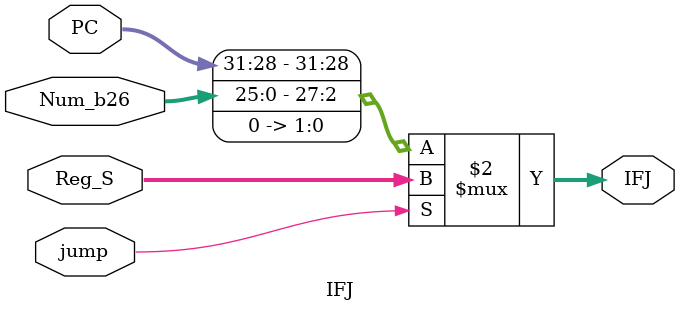
<source format=v>
module IFJ (
        PC,
        Num_b26,
        Reg_S,
        jump,
        IFJ
    );

    input [31 : 28] PC;
    input [25 : 0]  Num_b26;
    input [31 : 0]  Reg_S;
    input jump;
    
    output [31 : 0] IFJ;

    assign IFJ = (jump == 1'b0) ? {PC[31 : 28], Num_b26[25 : 0], 2'b00} : Reg_S;

endmodule

</source>
